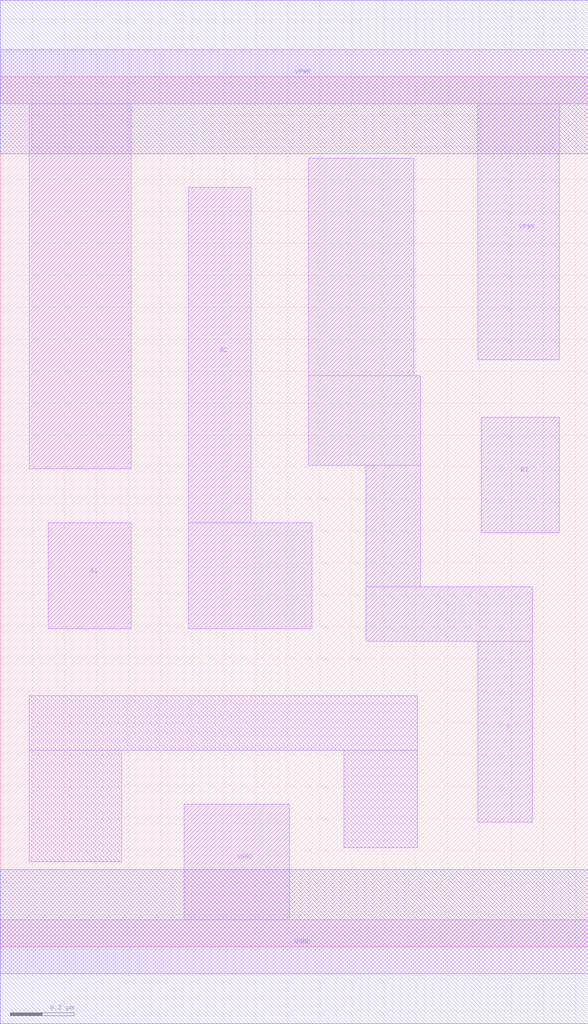
<source format=lef>
# Copyright 2020 The SkyWater PDK Authors
#
# Licensed under the Apache License, Version 2.0 (the "License");
# you may not use this file except in compliance with the License.
# You may obtain a copy of the License at
#
#     https://www.apache.org/licenses/LICENSE-2.0
#
# Unless required by applicable law or agreed to in writing, software
# distributed under the License is distributed on an "AS IS" BASIS,
# WITHOUT WARRANTIES OR CONDITIONS OF ANY KIND, either express or implied.
# See the License for the specific language governing permissions and
# limitations under the License.
#
# SPDX-License-Identifier: Apache-2.0

VERSION 5.5 ;
NAMESCASESENSITIVE ON ;
BUSBITCHARS "[]" ;
DIVIDERCHAR "/" ;
MACRO sky130_fd_sc_hd__o21ai_1
  CLASS CORE ;
  SOURCE USER ;
  ORIGIN  0.000000  0.000000 ;
  SIZE  1.840000 BY  2.720000 ;
  SYMMETRY X Y R90 ;
  SITE unithd ;
  PIN A1
    ANTENNAGATEAREA  0.247500 ;
    DIRECTION INPUT ;
    USE SIGNAL ;
    PORT
      LAYER li1 ;
        RECT 0.150000 0.995000 0.410000 1.325000 ;
    END
  END A1
  PIN A2
    ANTENNAGATEAREA  0.247500 ;
    DIRECTION INPUT ;
    USE SIGNAL ;
    PORT
      LAYER li1 ;
        RECT 0.590000 0.995000 0.975000 1.325000 ;
        RECT 0.590000 1.325000 0.785000 2.375000 ;
    END
  END A2
  PIN B1
    ANTENNAGATEAREA  0.202500 ;
    DIRECTION INPUT ;
    USE SIGNAL ;
    PORT
      LAYER li1 ;
        RECT 1.505000 1.295000 1.750000 1.655000 ;
    END
  END B1
  PIN Y
    ANTENNADIFFAREA  0.517000 ;
    DIRECTION OUTPUT ;
    USE SIGNAL ;
    PORT
      LAYER li1 ;
        RECT 0.965000 1.505000 1.315000 1.785000 ;
        RECT 0.965000 1.785000 1.295000 2.465000 ;
        RECT 1.145000 0.955000 1.665000 1.125000 ;
        RECT 1.145000 1.125000 1.315000 1.505000 ;
        RECT 1.495000 0.390000 1.665000 0.955000 ;
    END
  END Y
  PIN VGND
    DIRECTION INOUT ;
    SHAPE ABUTMENT ;
    USE GROUND ;
    PORT
      LAYER li1 ;
        RECT 0.000000 -0.085000 1.840000 0.085000 ;
        RECT 0.575000  0.085000 0.905000 0.445000 ;
    END
    PORT
      LAYER met1 ;
        RECT 0.000000 -0.240000 1.840000 0.240000 ;
    END
  END VGND
  PIN VPWR
    DIRECTION INOUT ;
    SHAPE ABUTMENT ;
    USE POWER ;
    PORT
      LAYER li1 ;
        RECT 0.000000 2.635000 1.840000 2.805000 ;
        RECT 0.090000 1.495000 0.410000 2.635000 ;
        RECT 1.495000 1.835000 1.750000 2.635000 ;
    END
    PORT
      LAYER met1 ;
        RECT 0.000000 2.480000 1.840000 2.960000 ;
    END
  END VPWR
  OBS
    LAYER li1 ;
      RECT 0.090000 0.265000 0.380000 0.615000 ;
      RECT 0.090000 0.615000 1.305000 0.785000 ;
      RECT 1.075000 0.310000 1.305000 0.615000 ;
  END
END sky130_fd_sc_hd__o21ai_1

</source>
